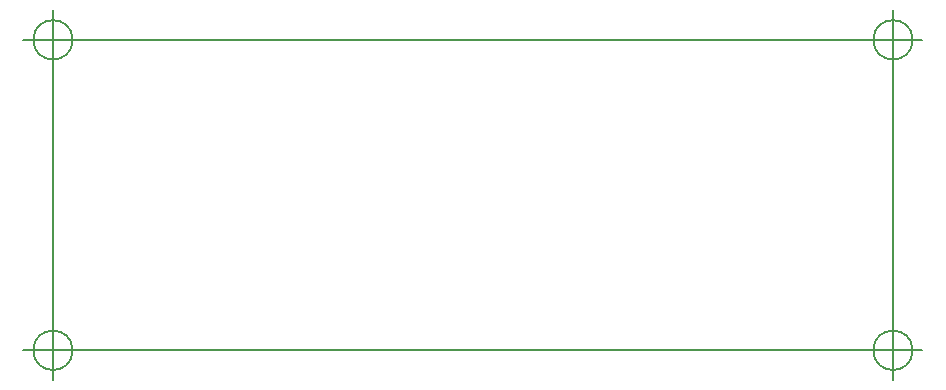
<source format=gbr>
%FSLAX34Y34*%
G04 Gerber Fmt 3.4, Leading zero omitted, Abs format*
G04 (created by PCBNEW (2014-04-11 BZR 4798)-product) date mar. 20 mai 2014 10:15:50 CEST*
%MOIN*%
G01*
G70*
G90*
G04 APERTURE LIST*
%ADD10C,0.003937*%
%ADD11C,0.005906*%
G04 APERTURE END LIST*
G54D10*
G54D11*
X98650Y-50100D02*
X98650Y-60450D01*
X70650Y-50100D02*
X98650Y-50100D01*
X70650Y-60450D02*
X70650Y-50100D01*
X98650Y-60450D02*
X70650Y-60450D01*
X71306Y-50100D02*
G75*
G03X71306Y-50100I-656J0D01*
G74*
G01*
X69665Y-50100D02*
X71634Y-50100D01*
X70650Y-49115D02*
X70650Y-51084D01*
X71306Y-60450D02*
G75*
G03X71306Y-60450I-656J0D01*
G74*
G01*
X69665Y-60450D02*
X71634Y-60450D01*
X70650Y-59465D02*
X70650Y-61434D01*
X99306Y-60450D02*
G75*
G03X99306Y-60450I-656J0D01*
G74*
G01*
X97665Y-60450D02*
X99634Y-60450D01*
X98650Y-59465D02*
X98650Y-61434D01*
X99306Y-50100D02*
G75*
G03X99306Y-50100I-656J0D01*
G74*
G01*
X97665Y-50100D02*
X99634Y-50100D01*
X98650Y-49115D02*
X98650Y-51084D01*
M02*

</source>
